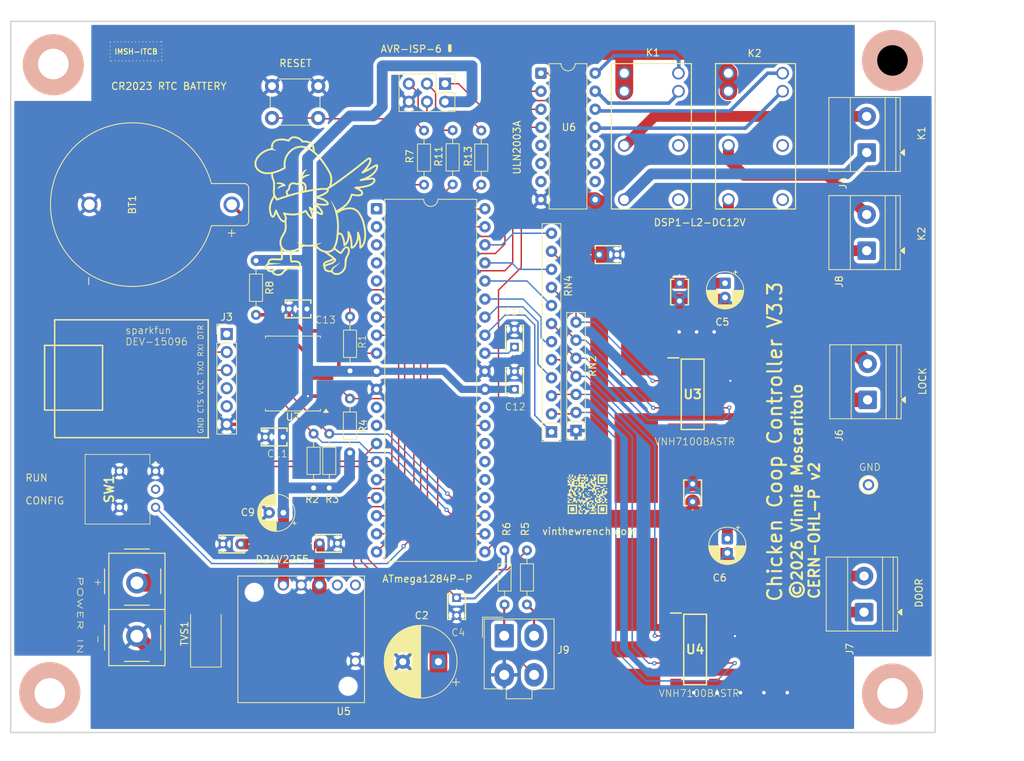
<source format=kicad_pcb>
(kicad_pcb (version 20241229) (generator "pcbnew") (generator_version "9.0")
  (layers (0 "F.Cu" signal) (2 "B.Cu" signal) (13 "F.Paste" user) (15 "B.Paste" user) (5 "F.SilkS" user "F.Silkscreen") (7 "B.SilkS" user "B.Silkscreen") (1 "F.Mask" user) (3 "B.Mask" user) (25 "Edge.Cuts" user))
  (net 0 "")
  (net 1 "Net-(J6-Pin_1)")
  (net 2 "+5V")
  (net 3 "Net-(J4-Pin_1)")
  (net 4 "Net-(J2-MOSI)")
  (net 5 "Net-(K1-RESET)")
  (net 7 "Net-(J2-~{RST})")
  (net 8 "Net-(J2-SCK)")
  (net 9 "/LED2")
  (net 10 "/LED1")
  (net 11 "/MOSI")
  (net 12 "/SDA")
  (net 13 "/CONFIG_SW")
  (net 14 "/SCL")
  (net 16 "/MISO")
  (net 18 "/{slash}RESET")
  (net 21 "/SCK")
  (net 23 "/RXD")
  (net 24 "Net-(J4-Pin_2)")
  (net 27 "/RTC_INT")
  (net 30 "/TXD")
  (net 31 "/LOCK_INA")
  (net 32 "/DOOR_INA")
  (net 33 "/LOCK_EN")
  (net 35 "/DOOR_EN")
  (net 36 "/DOOR_INB")
  (net 37 "/DOOR_SW")
  (net 38 "Net-(U7-VBAT)")
  (net 39 "Net-(J8-Pin_1)")
  (net 40 "Net-(J8-Pin_2)")
  (net 41 "GND")
  (net 42 "Net-(U7-~{RST})")
  (net 45 "/LOCK_EXTEND")
  (net 46 "/DOOR_RETRACT")
  (net 47 "/DOOR_EXTEND")
  (net 49 "/LOCK_INB")
  (net 52 "+12V")
  (net 53 "Net-(K1-SET)")
  (net 56 "Net-(K2-RESET)")
  (net 57 "Net-(K2-SET)")
  (net 58 "/K1 SET")
  (net 59 "/K1 RESET")
  (net 60 "/K2 RESET")
  (net 61 "/K2 SET")
  (net 70 "Net-(RN2-R5)")
  (net 71 "Net-(RN2-R2)")
  (net 72 "Net-(RN2-R4)")
  (net 73 "Net-(RN2-R6)")
  (net 74 "Net-(RN2-R3)")
  (net 75 "Net-(RN2-R1)")
  (net 76 "Net-(U1-AREF)")
  (net 78 "Net-(J9-Pin_2)")
  (net 79 "Net-(J9-Pin_1)")
  (footprint "keystone 1066:BAT_1066" (layer "F.Cu") (at 69.205 51.275 90)
    (property "Reference" "BT1")
    (property "Value" "1066")
  )
  (footprint "MountingHole:MountingHole_4.3mm_M4_ISO7380" (layer "F.Cu") (at 176 120)
    (property "Reference" "REF**" (hide yes))
    (property "Value" "MountingHole_4.3mm_M4_ISO7380" (hide yes))
  )
  (footprint "RCER71H104K0DBH03A:RCER71H104K0DBH03A" (layer "F.Cu") (at 93.66 65.94 180)
    (property "Reference" "C13")
    (property "Value" ".1uf" (hide yes))
  )
  (footprint "Resistor_THT:R_Axial_DIN0204_L3.6mm_D1.6mm_P7.62mm_Horizontal" (layer "F.Cu") (at 99.7 86.17 90)
    (property "Reference" "R4")
    (property "Value" "10K")
  )
  (footprint "VNH7100BASTR:SOIC127P600X175-16N" (layer "F.Cu") (at 148.243 113.825)
    (property "Reference" "U4")
    (property "Value" "VNH7100BASTR")
  )
  (footprint "Capacitor_THT:CP_Radial_D5.0mm_P2.00mm" (layer "F.Cu") (at 152.455 62.32 -90)
    (property "Reference" "C5")
    (property "Value" "47uf")
  )
  (footprint "TerminalBlock_Phoenix:TerminalBlock_Phoenix_MKDS-1,5-2-5.08_1x02_P5.08mm_Horizontal" (layer "F.Cu") (at 172.37 43.95 90)
    (property "Reference" "J4")
    (property "Value" "K1")
  )
  (footprint "Keystone Testpoint:5000" (layer "F.Cu") (at 172.625 90.675)
    (property "Reference" "TP3" (hide yes))
    (property "Value" "GND")
  )
  (footprint "Resistor_THT:R_Array_SIP7" (layer "F.Cu") (at 131.5 83.04 90)
    (property "Reference" "RN2")
    (property "Value" "100K")
  )
  (footprint "Connector_PinHeader_2.54mm:PinHeader_1x06_P2.54mm_Vertical" (layer "F.Cu") (at 82.3799 69.468)
    (property "Reference" "J3")
    (property "Value" "Serial port")
  )
  (footprint "RCER71H104K0DBH03A:RCER71H104K0DBH03A" (layer "F.Cu") (at 134.75 58.3)
    (property "Reference" "C1" (hide yes))
    (property "Value" ".1uf" (hide yes))
  )
  (footprint "Package_DIP:DIP-40_W15.24mm" (layer "F.Cu") (at 103.45 51.85)
    (property "Reference" "U1" (hide yes))
    (property "Value" "ATmega1284P-P")
  )
  (footprint "D24V22F5:MODULE_5V_2.5A_STEP-DOWN_D24V22F5" (layer "F.Cu") (at 92.85 112.4 180)
    (property "Reference" "U5")
    (property "Value" "D24V22F5")
  )
  (footprint "Resistor_THT:R_Axial_DIN0204_L3.6mm_D1.6mm_P7.62mm_Horizontal" (layer "F.Cu") (at 124.6 99.89 -90)
    (property "Reference" "R5")
    (property "Value" "240Ω")
  )
  (footprint "RCER71H104K0DBH03A:RCER71H104K0DBH03A" (layer "F.Cu") (at 84.35 99 180)
    (property "Reference" "C10" (hide yes))
    (property "Value" ".1uf" (hide yes))
  )
  (footprint "RCER71H104K0DBH03A:RCER71H104K0DBH03A" (layer "F.Cu") (at 90.3 83.95 180)
    (property "Reference" "C11")
    (property "Value" ".1uf" (hide yes))
  )
  (footprint "Resistor_THT:R_Axial_DIN0204_L3.6mm_D1.6mm_P7.62mm_Horizontal" (layer "F.Cu") (at 96.8 91.11 90)
    (property "Reference" "R3")
    (property "Value" "4.7K" (hide yes))
  )
  (footprint "Resistor_THT:R_Array_SIP12" (layer "F.Cu") (at 128.05 83.24 90)
    (property "Reference" "RN4")
    (property "Value" "1K")
  )
  (footprint "DSP1-L2-DC12V:DSP1-L2-DC12V" (layer "F.Cu") (at 152.93 32.79)
    (property "Reference" "K2")
    (property "Value" "DSP1-L2-DC12V")
  )
  (footprint "Capacitor_THT:CP_Radial_D10.0mm_P5.00mm" (layer "F.Cu") (at 112.15 115.55 180)
    (property "Reference" "C2")
    (property "Value" "1000uf" (hide yes))
  )
  (footprint "MountingHole:MountingHole_4.3mm_M4_ISO7380" (layer "F.Cu") (at 176 31)
    (property "Reference" "REF**" (hide yes))
    (property "Value" "MountingHole_4.3mm_M4_ISO7380" (hide yes))
  )
  (footprint "RCER71H104K0DBH03A:RCER71H104K0DBH03A" (layer "F.Cu") (at 146.055 62.32 -90)
    (property "Reference" "C7" (hide yes))
    (property "Value" ".1uf" (hide yes))
  )
  (footprint "Resistor_THT:R_Axial_DIN0204_L3.6mm_D1.6mm_P7.62mm_Horizontal" (layer "F.Cu") (at 118.175 48.475 90)
    (property "Reference" "R13")
    (property "Value" "470Ω")
  )
  (footprint "Resistor_THT:R_Axial_DIN0204_L3.6mm_D1.6mm_P7.62mm_Horizontal" (layer "F.Cu") (at 86.5 59.15 -90)
    (property "Reference" "R8")
    (property "Value" "10K")
  )
  (footprint "Resistor_THT:R_Axial_DIN0204_L3.6mm_D1.6mm_P7.62mm_Horizontal" (layer "F.Cu") (at 114.15 48.435 90)
    (property "Reference" "R11")
    (property "Value" "470Ω")
  )
  (footprint "MountingHole:MountingHole_4.3mm_M4_ISO7380" (layer "F.Cu") (at 57.5 120)
    (property "Reference" "REF**" (hide yes))
    (property "Value" "MountingHole_4.3mm_M4_ISO7380" (hide yes))
  )
  (footprint "RCER71H104K0DBH03A:RCER71H104K0DBH03A" (layer "F.Cu") (at 122.85 77.25 90)
    (property "Reference" "C12")
    (property "Value" ".1uf" (hide yes))
  )
  (footprint "Capacitor_THT:CP_Radial_D5.0mm_P2.00mm" (layer "F.Cu") (at 152.78 98.25 -90)
    (property "Reference" "C6")
    (property "Value" "47uf")
  )
  (footprint "Package_SO:SOIC-16W_7.5x10.3mm_P1.27mm" (layer "F.Cu") (at 91.69 75.025 180)
    (property "Reference" "U7")
    (property "Value" "DS3231M")
  )
  (footprint "TerminalBlock_Phoenix:TerminalBlock_Phoenix_MKDS-1,5-2-5.08_1x02_P5.08mm_Horizontal" (layer "F.Cu") (at 172.37 57.75 90)
    (property "Reference" "J8")
    (property "Value" "K2")
  )
  (footprint "LOGO" (layer "F.Cu") (at 133.1 92 180)
    (property "Reference" "G***" (hide yes))
    (property "Value" "LOGO" (hide yes))
  )
  (footprint "VNH7100BASTR:SOIC127P600X175-16N" (layer "F.Cu") (at 147.897 77.945)
    (property "Reference" "U3")
    (property "Value" "VNH7100BASTR")
  )
  (footprint "Resistor_THT:R_Axial_DIN0204_L3.6mm_D1.6mm_P7.62mm_Horizontal" (layer "F.Cu") (at 94.6 91.11 90)
    (property "Reference" "R2")
    (property "Value" "4.7k" (hide yes))
  )
  (footprint "Resistor_THT:R_Axial_DIN0204_L3.6mm_D1.6mm_P7.62mm_Horizontal" (layer "F.Cu") (at 99.72 74.65 90)
    (property "Reference" "R1")
    (property "Value" "10K")
  )
  (footprint "Resistor_THT:R_Axial_DIN0204_L3.6mm_D1.6mm_P7.62mm_Horizontal" (layer "F.Cu") (at 110.125 48.475 90)
    (property "Reference" "R7")
    (property "Value" "470Ω")
  )
  (footprint "Diode_SMD:D_SMB_Handsoldering" (layer "F.Cu") (at 79.45 111.6 90)
    (property "Reference" "TVS1")
    (property "Value" "P6SMB18A")
  )
  (footprint "RCER71H104K0DBH03A:RCER71H104K0DBH03A" (layer "F.Cu") (at 95.45 98.9)
    (property "Reference" "C3" (hide yes))
    (property "Value" ".1uf" (hide yes))
  )
  (footprint "AARDVARK:chick" (layer "F.Cu") (at 94.314846 61.146465)
    (property "Reference" "REF**" (hide yes))
    (property "Value" "chick" (hide yes))
  )
  (footprint "TerminalBlock_Phoenix:TerminalBlock_Phoenix_MKDS-1,5-2-5.08_1x02_P5.08mm_Horizontal" (layer "F.Cu") (at 172 108.58 90)
    (property "Reference" "J7")
    (property "Value" "DOOR")
  )
  (footprint "Connector_Molex:Molex_Mini-Fit_Jr_5566-04A_2x02_P4.20mm_Vertical" (layer "F.Cu") (at 121.4 111.9)
    (property "Reference" "J9")
    (property "Value" "Mini‑Fit Jr")
  )
  (footprint "Resistor_THT:R_Axial_DIN0204_L3.6mm_D1.6mm_P7.62mm_Horizontal" (layer "F.Cu") (at 121.45 99.89 -90)
    (property "Reference" "R6")
    (property "Value" "220Ω")
  )
  (footprint "powerpole:powerpole" (layer "F.Cu") (at 69.75 108.2 -90)
    (property "Reference" "J1" (hide yes))
    (property "Value" "Power Pole" (hide yes))
  )
  (footprint "TerminalBlock_Phoenix:TerminalBlock_Phoenix_MKDS-1,5-2-5.08_1x02_P5.08mm_Horizontal" (layer "F.Cu") (at 172.5 78.725 90)
    (property "Reference" "J6")
    (property "Value" "LOCK")
  )
  (footprint "AS11CH SLIDE SW:AS11CH" (layer "F.Cu") (at 72.375 88.76 -90)
    (property "Reference" "SW1")
    (property "Value" "SW_SPST" (hide yes))
  )
  (footprint "Button_Switch_THT:SW_PUSH_6mm" (layer "F.Cu") (at 88.75 34.6)
    (property "Reference" "SW3" (hide yes))
    (property "Value" "RESET")
  )
  (footprint "Connector_PinHeader_2.54mm:PinHeader_2x03_P2.54mm_Vertical" (layer "F.Cu") (at 113.08 34.27 -90)
    (property "Reference" "J2" (hide yes))
    (property "Value" "AVR-ISP-6")
  )
  (footprint "MountingHole:MountingHole_4.3mm_M4_ISO7380" (layer "F.Cu") (at 58 31.5)
    (property "Reference" "REF**" (hide yes))
    (property "Value" "MountingHole_4.3mm_M4_ISO7380" (hide yes))
  )
  (footprint "RCER71H104K0DBH03A:RCER71H104K0DBH03A" (layer "F.Cu") (at 114.7 106.55 -90)
    (property "Reference" "C4")
    (property "Value" ".1uf" (hide yes))
  )
  (footprint "RCER71H104K0DBH03A:RCER71H104K0DBH03A" (layer "F.Cu") (at 147.9 93.05 90)
    (property "Reference" "C8" (hide yes))
    (property "Value" ".1uf" (hide yes))
  )
  (footprint "RCER71H104K0DBH03A:RCER71H104K0DBH03A" (layer "F.Cu") (at 122.85 71.3 90)
    (property "Reference" "C14")
    (property "Value" ".1uf" (hide yes))
  )
  (footprint "Package_DIP:DIP-16_W7.62mm" (layer "F.Cu") (at 126.5696 32.7856)
    (property "Reference" "U6")
    (property "Value" "ULN2003A")
  )
  (footprint "DSP1-L2-DC12V:DSP1-L2-DC12V" (layer "F.Cu") (at 138.2839 32.79)
    (property "Reference" "K1")
    (property "Value" "DSP1-L2-DC12V")
  )
  (footprint "Capacitor_THT:CP_Radial_D5.0mm_P2.00mm" (layer "F.Cu") (at 90.35 94.6 180)
    (property "Reference" "C9")
    (property "Value" "47uf")
  )
  (gr_rect (start 144.5 82.15) (end 151.3 91.45) (stroke (width 0.2)) (fill yes) (layer "F.Cu") (net 41))
  (gr_rect (start 142.145 110.35) (end 144.46 111.11) (stroke (width 0.2)) (fill yes) (layer "F.Cu") (net 47))
  (gr_rect (start 154.6125 73.13) (end 156.05 75.17) (stroke (width 0.2)) (fill yes) (layer "F.Cu") (net 45))
  (gr_rect (start 134.84 116.64) (end 143.245 122.1875) (stroke (width 0.2)) (fill yes) (layer "F.Cu") (net 46))
  (gr_rect (start 131.71 112.785) (end 149.5175 114.84) (stroke (width 0.2)) (fill yes) (layer "F.Cu") (net 52))
  (gr_rect (start 144.65 74.4) (end 155.975 75.17) (stroke (width 0.2)) (fill yes) (layer "F.Cu") (net 45))
  (gr_rect (start 137.015 80.71) (end 142.92 93.115) (stroke (width 0.2)) (fill yes) (layer "F.Cu") (net 1))
  (gr_rect (start 144.2 99.65) (end 153.45 109.5) (stroke (width 0.2)) (fill yes) (layer "F.Cu") (net 41))
  (gr_rect (start 144.135 74.41) (end 152.095 75.18) (stroke (width 0.2)) (fill yes) (layer "F.Cu") (net 45))
  (gr_rect (start 156.8275 74.95) (end 163.7725 81.5) (stroke (width 0.2)) (fill yes) (layer "F.Cu") (net 1))
  (gr_rect (start 142.64 116.64) (end 144.955 117.4) (stroke (width 0.2)) (fill yes) (layer "F.Cu") (net 46))
  (gr_rect (start 148.88 114.20875) (end 151.68 114.84) (stroke (width 0.2)) (fill yes) (layer "F.Cu") (net 52))
  (gr_rect (start 144.955 116.64) (end 152.915 117.41) (stroke (width 0.2)) (fill yes) (layer "F.Cu") (net 46))
  (gr_rect (start 148.555 78.27875) (end 151.355 78.91) (stroke (width 0.2)) (fill yes) (layer "F.Cu") (net 52))
  (gr_rect (start 135.2275 77.017011) (end 149.085 78.91) (stroke (width 0.2)) (fill yes) (layer "F.Cu") (net 52))
  (gr_rect (start 155.07 109.28) (end 156.5 111.11) (stroke (width 0.2)) (fill yes) (layer "F.Cu") (net 47))
  (gr_rect (start 154.62 63.57) (end 163.305 73.13) (stroke (width 0.2)) (fill yes) (layer "F.Cu") (net 45))
  (gr_rect (start 144.46 110.34) (end 155.785 111.11) (stroke (width 0.2)) (fill yes) (layer "F.Cu") (net 47))
  (gr_rect (start 142.7 80.7) (end 163.745 81.49) (stroke (width 0.2)) (fill yes) (layer "F.Cu") (net 1))
  (gr_rect (start 155.07 99.72) (end 163.755 109.28) (stroke (width 0.2)) (fill yes) (layer "F.Cu") (net 47))
  (gr_rect (start 137.21 98.25) (end 142.82 111.11) (stroke (width 0.2)) (fill yes) (layer "F.Cu") (net 47))
  (gr_rect (start 148.1925 116.63) (end 164.2325 117.41) (stroke (width 0.2)) (fill yes) (layer "F.Cu") (net 46))
  (gr_rect (start 137.935 63.995) (end 142.495 75.18) (stroke (width 0.2)) (fill yes) (layer "F.Cu") (net 45))
  (gr_rect (start 157.3275 111.005) (end 164.2725 117.405) (stroke (width 0.2)) (fill yes) (layer "F.Cu") (net 46))
  (gr_rect (start 143.6 63.9) (end 153.05 73.55) (stroke (width 0.2)) (fill yes) (layer "F.Cu") (net 41))
  (gr_rect (start 144.85 118.25) (end 164.35 122.25) (stroke (width 0.2)) (fill yes) (layer "F.Cu") (net 41))
  (gr_rect (start 141.82 74.42) (end 144.135 75.18) (stroke (width 0.2)) (fill yes) (layer "F.Cu") (net 45))
  (gr_circle (center 57.5 119.9) (end 61.7 119.9) (stroke (width 0.2)) (fill yes) (layer "F.SilkS"))
  (gr_line (start 58.1849 67.478) (end 79.7749 67.478) (stroke (width 0.2032)) (layer "F.SilkS"))
  (gr_line (start 113.75 29.61) (end 113.75 28.94) (stroke (width 0.5)) (layer "F.SilkS"))
  (gr_circle (center 176 120.1) (end 180.2 120.1) (stroke (width 0.2)) (fill yes) (layer "F.SilkS"))
  (gr_line (start 79.87 84.04) (end 58.28 84.04) (stroke (width 0.2032)) (layer "F.SilkS"))
  (gr_line (start 79.7749 67.478) (end 79.7749 83.988) (stroke (width 0.2032)) (layer "F.SilkS"))
  (gr_circle (center 58 31.6) (end 62.2 31.6) (stroke (width 0.2)) (fill yes) (layer "F.SilkS"))
  (gr_line (start 58.1849 83.988) (end 58.1849 67.478) (stroke (width 0.2032)) (layer "F.SilkS"))
  (gr_circle (center 176 31) (end 180.2 31) (stroke (width 0.2)) (fill yes) (layer "F.SilkS"))
  (gr_rect (start 56.7739 71.067) (end 64.9239 80.167) (stroke (width 0.2)) (fill no) (layer "F.SilkS"))
  (gr_circle (center 176 31) (end 180.2 31) (stroke (width 0.2)) (fill yes) (layer "B.SilkS"))
  (gr_circle (center 58 31.6) (end 62.2 31.6) (stroke (width 0.2)) (fill yes) (layer "B.SilkS"))
  (gr_circle (center 57.5 119.9) (end 61.7 119.9) (stroke (width 0.2)) (fill yes) (layer "B.SilkS"))
  (gr_circle (center 176 120.1) (end 180.2 120.1) (stroke (width 0.2)) (fill yes) (layer "B.SilkS"))
  (gr_rect (start 52 25.5) (end 182 125.5) (stroke (width 0.2)) (fill no) (layer "Edge.Cuts"))
  (gr_text "sparkfun\nDEV-15096 " (at 68.07 71.14 0) (layer "F.SilkS") (effects (font (size 1 1) (thickness 0.1)) (justify left bottom)))
  (gr_text "vinthewrench.com" (at 140.1 97.8 0) (layer "F.SilkS") (effects (font (size 1 1)) (justify right bottom)))
  (gr_text "POWER IN" (at 61.3 103.4 270) (layer "F.SilkS") (effects (font (size 0.7634 1.5) (thickness 0.1016)) (justify left bottom)))
  (gr_text "RUN\n\nCONFIG" (at 54 93.5 0) (layer "F.SilkS") (effects (font (size 1 1) (thickness 0.125)) (justify left bottom)))
  (gr_text "GND CTS VCC TXO RXI DTR" (at 79.16 75.84 90) (layer "F.SilkS") (effects (font (size 0.75 0.75) (thickness 0.09)) (justify bottom)))
  (gr_text "Chicken Coop Controller V3.3" (at 160.625 61.95 90) (layer "F.SilkS") (effects (font (size 2 2) (thickness 0.3) (bold yes)) (justify right bottom)))
  (gr_text "©2026 Vinnie Moscaritolo\nCERN-OHL-P v2\n" (at 165.88 106.902385 90) (layer "F.SilkS") (effects (font (size 1.5 1.5) (thickness 0.3) (bold yes)) (justify left bottom)))
  (gr_text_box "IMSH-ITCB " (start 66.002851 28.38889) (end 73.25715 31.05111) (margins 1.0025 1.0025 1.0025 1.0025) (layer "F.SilkS") (effects (font (size 0.746 0.746) (thickness 0.15) (bold yes)) (justify top)) (border yes) (stroke (width 0.12) (type dot)))
  (segment (start 172.5 78.725) (end 160.79 78.725) (width 2.032) (layer "F.Cu") (net 1))
  (segment (start 160.79 78.725) (end 160.31 78.245) (width 2.032) (layer "F.Cu") (net 1))
  (segment (start 90.37 99) (end 84.35 99) (width 1.524) (layer "F.Cu") (net 2))
  (segment (start 90.37 94.77) (end 90.2 94.6) (width 0.5) (layer "F.Cu") (net 2))
  (segment (start 90.37 99) (end 90.37 94.77) (width 1.524) (layer "F.Cu") (net 2))
  (segment (start 90.32 104.77) (end 90.37 104.72) (width 1.524) (layer "F.Cu") (net 2))
  (segment (start 93.8 78.2) (end 96.34 78.2) (width 0.5) (layer "F.Cu") (net 2))
  (segment (start 90.37 104.72) (end 90.37 99) (width 1.524) (layer "F.Cu") (net 2))
  (via (at 93.8 78.2) (size 0.6) (drill 0.3) (layers "F.Cu" "B.Cu") (net 2))
  (segment (start 90.385 91.11) (end 90.35 91.075) (width 1.524) (layer "B.Cu") (net 2))
  (segment (start 93.75 78.25) (end 93.75 78.32) (width 1.524) (layer "B.Cu") (net 2))
  (segment (start 93.75 78.15) (end 93.75 58.41) (width 1.524) (layer "B.Cu") (net 2))
  (segment (start 99.85 38.8) (end 102.975 38.8) (width 1.524) (layer "B.Cu") (net 2))
  (segment (start 94.6 91.11) (end 96.8 91.11) (width 1.524) (layer "B.Cu") (net 2))
  (segment (start 98.14 91.11) (end 99.65 89.6) (width 1.524) (layer "B.Cu") (net 2))
  (segment (start 112.91 74.71) (end 103.45 74.71) (width 1.016) (layer "B.Cu") (net 2))
  (segment (start 103.45 74.71) (end 99.7 74.71) (width 1.524) (layer "B.Cu") (net 2))
  (segment (start 104.3 31.75) (end 116.875 31.75) (width 1.524) (layer "B.Cu") (net 2))
  (segment (start 99.65 89.6) (end 99.65 86.22) (width 1.524) (layer "B.Cu") (net 2))
  (segment (start 90.35 91.075) (end 90.35 81.72) (width 1.524) (layer "B.Cu") (net 2))
  (segment (start 93.965 74.71) (end 93.75 74.925) (width 1.524) (layer "B.Cu") (net 2))
  (segment (start 96.8 91.11) (end 98.14 91.11) (width 1.524) (layer "B.Cu") (net 2))
  (segment (start 93.11 59.05) (end 93.04 59.12) (width 1.524) (layer "B.Cu") (net 2))
  (segment (start 118.69 77.25) (end 122.85 77.25) (width 1.016) (layer "B.Cu") (net 2))
  (segment (start 102.975 38.8) (end 104.25 37.525) (width 1.524) (layer "B.Cu") (net 2))
  (segment (start 93.965 74.71) (end 99.7 74.71) (width 1.524) (layer "B.Cu") (net 2))
  (segment (start 93.75 44.75) (end 99.7 38.8) (width 1.524) (layer "B.Cu") (net 2))
  (segment (start 86.53 59.12) (end 86.5 59.15) (width 1.524) (layer "B.Cu") (net 2))
  (segment (start 93.75 59.05) (end 93.11 59.05) (width 1.524) (layer "B.Cu") (net 2))
  (segment (start 116.31 36.81) (end 113.08 36.81) (width 1.524) (layer "B.Cu") (net 2))
  (segment (start 93.04 59.12) (end 86.53 59.12) (width 1.524) (layer "B.Cu") (net 2))
  (segment (start 99.65 86.22) (end 99.7 86.17) (width 1.524) (layer "B.Cu") (net 2))
  (segment (start 116.875 31.75) (end 116.875 36.325) (width 1.524) (layer "B.Cu") (net 2))
  (segment (start 116.52 36.6) (end 116.31 36.81) (width 1.524) (layer "B.Cu") (net 2))
  (segment (start 104.25 31.8) (end 104.3 31.75) (width 1.524) (layer "B.Cu") (net 2))
  (segment (start 116.6 36.6) (end 116.52 36.6) (width 1.524) (layer "B.Cu") (net 2))
  (segment (start 94.6 91.11) (end 90.385 91.11) (width 1.524) (layer "B.Cu") (net 2))
  (segment (start 93.75 74.925) (end 93.75 78.32) (width 1.524) (layer "B.Cu") (net 2))
  (segment (start 115.45 77.25) (end 118.69 77.25) (width 1.016) (layer "B.Cu") (net 2))
  (segment (start 93.75 78.32) (end 90.35 81.72) (width 1.524) (layer "B.Cu") (net 2))
  (segment (start 93.8 78.2) (end 93.75 78.15) (width 1.524) (layer "B.Cu") (net 2))
  (segment (start 90.35 94.6) (end 90.35 91.075) (width 1.524) (layer "B.Cu") (net 2))
  (segment (start 93.8 78.2) (end 93.75 78.25) (width 1.524) (layer "B.Cu") (net 2))
  (segment (start 93.75 58.41) (end 93.75 44.75) (width 1.524) (layer "B.Cu") (net 2))
  (segment (start 116.875 36.325) (end 116.6 36.6) (width 1.524) (layer "B.Cu") (net 2))
  (segment (start 104.25 37.525) (end 104.25 31.8) (width 1.524) (layer "B.Cu") (net 2))
  (segment (start 115.45 77.25) (end 112.91 74.71) (width 1.016) (layer "B.Cu") (net 2))
  (segment (start 169.55 46.95) (end 172.5 44) (width 1.524) (layer "B.Cu") (net 3))
  (segment (start 142.0839 46.95) (end 169.55 46.95) (width 1.524) (layer "B.Cu") (net 3))
  (segment (start 138.2839 50.57) (end 138.4639 50.57) (width 1.524) (layer "B.Cu") (net 3))
  (segment (start 138.4639 50.57) (end 142.0839 46.95) (width 1.524) (layer "B.Cu") (net 3))
  (segment (start 110.54 36.81) (end 110.54 38.765) (width 0.2) (layer "F.Cu") (net 4))
  (segment (start 112.59 40.815) (end 114.15 40.815) (width 0.2) (layer "F.Cu") (net 4))
  (segment (start 110.54 38.765) (end 112.59 40.815) (width 0.2) (layer "F.Cu") (net 4))
  (segment (start 134.3557 35.3256) (end 136.0301 37) (width 0.5) (layer "B.Cu") (net 5))
  (segment (start 134.1896 35.3256) (end 134.3557 35.3256) (width 0.5) (layer "B.Cu") (net 5))
  (segment (start 136.0301 37) (end 144.55 37) (width 0.5) (layer "B.Cu") (net 5))
  (segment (start 144.55 37) (end 146.145 35.405) (width 0.5) (layer "B.Cu") (net 5))
  (segment (start 109.3 40.03) (end 110.125 40.855) (width 0.2) (layer "F.Cu") (net 7))
  (segment (start 109.3 35.57) (end 109.3 40.03) (width 0.2) (layer "F.Cu") (net 7))
  (segment (start 108 34.27) (end 109.3 35.57) (width 0.2) (layer "F.Cu") (net 7))
  (segment (start 112.65 38.625) (end 115.945 38.625) (width 0.2) (layer "F.Cu") (net 8))
  (segment (start 111.75 35.48) (end 111.75 37.725) (width 0.2) (layer "F.Cu") (net 8))
  (segment (start 110.54 34.27) (end 111.75 35.48) (width 0.2) (layer "F.Cu") (net 8))
  (segment (start 115.945 38.625) (end 118.175 40.855) (width 0.2) (layer "F.Cu") (net 8))
  (segment (start 111.75 37.725) (end 112.65 38.625) (width 0.2) (layer "F.Cu") (net 8))
  (segment (start 110.85 68.3) (end 107.4 71.75) (width 0.2) (layer "F.Cu") (net 9))
  (segment (start 118.69 54.39) (end 113.81 54.39) (width 0.2) (layer "F.Cu") (net 9))
  (segment (start 101.95 93.95) (end 101.95 100.8) (width 0.2) (layer "F.Cu") (net 9))
  (segment (start 107.4 91.3) (end 104.95 93.75) (width 0.2) (layer "F.Cu") (net 9))
  (segment (start 103.75 102.6) (end 121.89 102.6) (width 0.2) (layer "F.Cu") (net 9))
  (segment (start 104.95 93.75) (end 102.15 93.75) (width 0.2) (layer "F.Cu") (net 9))
  (segment (start 107.4 71.75) (end 107.4 91.3) (width 0.2) (layer "F.Cu") (net 9))
  (segment (start 121.89 102.6) (end 124.6 99.89) (width 0.2) (layer "F.Cu") (net 9))
  (segment (start 110.85 57.35) (end 110.85 68.3) (width 0.2) (layer "F.Cu") (net 9))
  (segment (start 113.81 54.39) (end 110.85 57.35) (width 0.2) (layer "F.Cu") (net 9))
  (segment (start 102.15 93.75) (end 101.95 93.95) (width 0.2) (layer "F.Cu") (net 9))
  (segment (start 101.95 100.8) (end 103.75 102.6) (width 0.2) (layer "F.Cu") (net 9))
  (segment (start 106.55 90.05) (end 105.4 91.2) (width 0.2) (layer "F.Cu") (net 10))
  (segment (start 118.69 51.85) (end 118.64 51.9) (width 0.2) (layer "F.Cu") (net 10))
  (segment (start 118.64 51.9) (end 114.3 51.9) (width 0.2) (layer "F.Cu") (net 10))
  (segment (start 114.3 51.9) (end 110 56.2) (width 0.2) (layer "F.Cu") (net 10))
  (segment (start 106.55 71.45) (end 106.55 90.05) (width 0.2) (layer "F.Cu") (net 10))
  (segment (start 117.8 114.75) (end 122.95 114.75) (width 0.2) (layer "F.Cu") (net 10))
  (segment (start 102.55 91.2) (end 100.25 93.5) (width 0.2) (layer "F.Cu") (net 10))
  (segment (start 110 56.2) (end 110 68) (width 0.2) (layer "F.Cu") (net 10))
  (segment (start 100.25 101.975) (end 104.7 106.425) (width 0.2) (layer "F.Cu") (net 10))
  (segment (start 109.475 106.425) (end 117.8 114.75) (width 0.2) (layer "F.Cu") (net 10))
  (segment (start 110 68) (end 106.55 71.45) (width 0.2) (layer "F.Cu") (net 10))
  (segment (start 100.25 93.5) (end 100.25 101.975) (width 0.2) (layer "F.Cu") (net 10))
  (segment (start 104.7 106.425) (end 109.475 106.425) (width 0.2) (layer "F.Cu") (net 10))
  (segment (start 122.95 114.75) (end 125.6 117.4) (width 0.2) (layer "F.Cu") (net 10))
  (segment (start 105.4 91.2) (end 102.55 91.2) (width 0.2) (layer "F.Cu") (net 10))
  (segment (start 107.3 63.4) (end 107.3 55.285) (width 0.2) (layer "F.Cu") (net 11))
  (segment (start 106.15 64.55) (end 107.3 63.4) (width 0.2) (layer "F.Cu") (net 11))
  (segment (start 103.45 64.55) (end 106.15 64.55) (width 0.2) (layer "F.Cu") (net 11))
  (segment (start 107.3 55.285) (end 114.15 48.435) (width 0.2) (layer "F.Cu") (net 11))
  (segment (start 87.04 78.2) (end 91.51 78.2) (width 0.2) (layer "F.Cu") (net 12))
  (segment (start 118.69 95.03) (end 116.53 95.03) (width 0.2) (layer "F.Cu") (net 12))
  (segment (start 116.53 95.03) (end 113.4125 91.9125) (width 0.2) (layer "F.Cu") (net 12))
  (segment (start 91.51 78.2) (end 96.8 83.49) (width 0.2) (layer "F.Cu") (net 12))
  (via (at 113.4125 91.9125) (size 0.6) (drill 0.3) (layers "F.Cu" "B.Cu") (net 12))
  (segment (start 96.86 83.55) (end 96.8 83.49) (width 0.2) (layer "B.Cu") (net 12))
  (segment (start 113.4125 91.9125) (end 105.05 83.55) (width 0.2) (layer "B.Cu") (net 12))
  (segment (start 105.05 83.55) (end 96.86 83.55) (width 0.2) (layer "B.Cu") (net 12))
  (segment (start 96.8 83.49) (end 96.9 83.49) (width 0.2) (layer "B.Cu") (net 12))
  (segment (start 116.57 82.33) (end 118.69 82.33) (width 0.2) (layer "F.Cu") (net 13))
  (segment (start 112.05 94.5) (end 112.05 86.85) (width 0.2) (layer "F.Cu") (net 13))
  (segment (start 107.25 99.3) (end 112.05 94.5) (width 0.2) (layer "F.Cu") (net 13))
  (segment (start 112.05 86.85) (end 116.57 82.33) (width 0.2) (layer "F.Cu") (net 13))
  (via (at 107.25 99.3) (size 0.6) (drill 0.3) (layers "F.Cu" "B.Cu") (net 13))
  (segment (start 104.95 101.75) (end 107.25 99.45) (width 0.2) (layer "B.Cu") (net 13))
  (segment (start 72.375 93.84) (end 80.285 101.75) (width 0.2) (layer "B.Cu") (net 13))
  (segment (start 80.285 101.75) (end 104.95 101.75) (width 0.2) (layer "B.Cu") (net 13))
  (segment (start 107.25 99.45) (end 107.25 99.3) (width 0.2) (layer "B.Cu") (net 13))
  (segment (start 90.58 79.47) (end 94.6 83.49) (width 0.2) (layer "F.Cu") (net 14))
  (segment (start 87.04 79.47) (end 90.58 79.47) (width 0.2) (layer "F.Cu") (net 14))
  (segment (start 116.67 97.57) (end 118.69 97.57) (width 0.2) (layer "F.Cu") (net 14))
  (segment (start 113.3 94.2) (end 116.67 97.57) (width 0.2) (layer "F.Cu") (net 14))
  (via (at 113.3 94.2) (size 0.6) (drill 0.3) (layers "F.Cu" "B.Cu") (net 14))
  (segment (start 105.25 86.15) (end 113.3 94.2) (width 0.2) (layer "B.Cu") (net 14))
  (segment (start 95.81 84.7) (end 101.05 84.7) (width 0.2) (layer "B.Cu") (net 14))
  (segment (start 94.6 83.49) (end 95.81 84.7) (width 0.2) (layer "B.Cu") (net 14))
  (segment (start 94.43 83.32) (end 94.26 83.49) (width 0.2) (layer "B.Cu") (net 14))
  (segment (start 101.05 84.7) (end 102.5 86.15) (width 0.2) (layer "B.Cu") (net 14))
  (segment (start 102.5 86.15) (end 105.25 86.15) (width 0.2) (layer "B.Cu") (net 14))
  (segment (start 94.26 83.49) (end 94.6 83.49) (width 0.2) (layer "B.Cu") (net 14))
  (segment (start 113.149 50.526) (end 115.124 50.526) (width 0.2) (layer "F.Cu") (net 16))
  (segment (start 114.97 34.27) (end 113.08 34.27) (width 0.2) (layer "F.Cu") (net 16))
  (segment (start 108.05 55.625) (end 113.149 50.526) (width 0.2) (layer "F.Cu") (net 16))
  (segment (start 116.65 46.825) (end 119.675 43.8) (width 0.2) (layer "F.Cu") (net 16))
  (segment (start 116.65 49) (end 116.65 46.825) (width 0.2) (layer "F.Cu") (net 16))
  (segment (start 107.26 67.09) (end 108.05 66.3) (width 0.2) (layer "F.Cu") (net 16))
  (segment (start 119.675 43.8) (end 119.675 38.975) (width 0.2) (layer "F.Cu") (net 16))
  (segment (start 103.45 67.09) (end 107.26 67.09) (width 0.2) (layer "F.Cu") (net 16))
  (segment (start 108.05 66.3) (end 108.05 55.625) (width 0.2) (layer "F.Cu") (net 16))
  (segment (start 115.124 50.526) (end 116.65 49) (width 0.2) (layer "F.Cu") (net 16))
  (segment (start 119.675 38.975) (end 114.97 34.27) (width 0.2) (layer "F.Cu") (net 16))
  (segment (start 99.7 65.3) (end 99.7 70.35) (width 0.2) (layer "F.Cu") (net 18))
  (segment (start 95.35 39.2) (end 104.45 39.2) (width 0.2) (layer "F.Cu") (net 18))
  (segment (start 101.75 63.25) (end 99.7 65.3) (width 0.2) (layer "F.Cu") (net 18))
  (segment (start 99.7 70.35) (end 101.52 72.17) (width 0.2) (layer "F.Cu") (net 18))
  (segment (start 95.25 39.1) (end 95.35 39.2) (width 0.2) (layer "F.Cu") (net 18))
  (segment (start 106.5 62.05) (end 105.3 63.25) (width 0.2) (layer "F.Cu") (net 18))
  (segment (start 88.75 39.1) (end 95.25 39.1) (width 0.2) (layer "F.Cu") (net 18))
  (segment (start 110.125 48.475) (end 106.925 48.475) (width 0.2) (layer "F.Cu") (net 18))
  (segment (start 104.45 39.2) (end 106.5 41.25) (width 0.2) (layer "F.Cu") (net 18))
  (segment (start 105.3 63.25) (end 101.75 63.25) (width 0.2) (layer "F.Cu") (net 18))
  (segment (start 106.5 48.9) (end 106.5 62.05) (width 0.2) (layer "F.Cu") (net 18))
  (segment (start 106.925 48.475) (end 106.5 48.9) (width 0.2) (layer "F.Cu") (net 18))
  (segment (start 101.52 72.17) (end 103.45 72.17) (width 0.2) (layer "F.Cu") (net 18))
  (segment (start 106.5 41.25) (end 106.5 48.9) (width 0.2) (layer "F.Cu") (net 18))
  (segment (start 108.95 67.05) (end 108.95 55.825) (width 0.2) (layer "F.Cu") (net 21))
  (segment (start 108.95 55.825) (end 113.675 51.1) (width 0.2) (layer "F.Cu") (net 21))
  (segment (start 106.35 69.65) (end 108.95 67.05) (width 0.2) (layer "F.Cu") (net 21))
  (segment (start 103.45 69.63) (end 106.33 69.63) (width 0.2) (layer "F.Cu") (net 21))
  (segment (start 115.55 51.1) (end 118.175 48.475) (width 0.2) (layer "F.Cu") (net 21))
  (segment (start 106.33 69.63) (end 106.35 69.65) (width 0.2) (layer "F.Cu") (net 21))
  (segment (start 113.675 51.1) (end 115.55 51.1) (width 0.2) (layer "F.Cu") (net 21))
  (segment (start 80.652 74.548) (end 82.3799 74.548) (width 0.2) (layer "F.Cu") (net 23))
  (segment (start 79.8 75.4) (end 80.652 74.548) (width 0.2) (layer "F.Cu") (net 23))
  (segment (start 103.45 84.87) (end 100.97 87.35) (width 0.2) (layer "F.Cu") (net 23))
  (segment (start 79.8 84.25) (end 79.8 75.4) (width 0.2) (layer "F.Cu") (net 23))
  (segment (start 82.9 87.35) (end 79.8 84.25) (width 0.2) (layer "F.Cu") (net 23))
  (segment (start 100.97 87.35) (end 82.9 87.35) (width 0.2) (layer "F.Cu") (net 23))
  (segment (start 138.6625 42.72) (end 142.5125 38.87) (width 1.524) (layer "F.Cu") (net 24))
  (segment (start 142.5125 38.87) (end 172.37 38.87) (width 1.524) (layer "F.Cu") (net 24))
  (segment (start 105.6 79.05) (end 105.6 89.25) (width 0.2) (layer "F.Cu") (net 27))
  (segment (start 98.08 76.93) (end 99.7 78.55) (width 0.2) (layer "F.Cu") (net 27))
  (segment (start 105.6 89.25) (end 104.9 89.95) (width 0.2) (layer "F.Cu") (net 27))
  (segment (start 104.9 89.95) (end 103.45 89.95) (width 0.2) (layer "F.Cu") (net 27))
  (segment (start 105.1 78.55) (end 105.6 79.05) (width 0.2) (layer "F.Cu") (net 27))
  (segment (start 96.34 76.93) (end 98.08 76.93) (width 0.2) (layer "F.Cu") (net 27))
  (segment (start 99.74 78.55) (end 105.1 78.55) (width 0.2) (layer "F.Cu") (net 27))
  (segment (start 102.05 87.4) (end 101.35 88.1) (width 0.2) (layer "F.Cu") (net 30))
  (segment (start 78.9 74.15) (end 81.042 72.008) (width 0.2) (layer "F.Cu") (net 30))
  (segment (start 81.95 88.1) (end 78.9 85.05) (width 0.2) (layer "F.Cu") (net 30))
  (segment (start 101.35 88.1) (end 81.95 88.1) (width 0.2) (layer "F.Cu") (net 30))
  (segment (start 78.9 85.05) (end 78.9 74.15) (width 0.2) (layer "F.Cu") (net 30))
  (segment (start 103.44 87.4) (end 102.05 87.4) (width 0.2) (layer "F.Cu") (net 30))
  (segment (start 81.042 72.008) (end 82.3799 72.008) (width 0.2) (layer "F.Cu") (net 30))
  (segment (start 103.45 87.41) (end 103.44 87.4) (width 0.2) (layer "F.Cu") (net 30))
  (segment (start 122.7 55.3) (end 128.05 55.3) (width 0.2) (layer "B.Cu") (net 31))
  (segment (start 118.69 56.93) (end 121.07 56.93) (width 0.2) (layer "B.Cu") (net 31))
  (segment (start 121.07 56.93) (end 122.7 55.3) (width 0.2) (layer "B.Cu") (net 31))
  (segment (start 127.14 70.54) (end 126.6 70) (width 0.2) (layer "B.Cu") (net 32))
  (segment (start 126.6 67.1) (end 124.05 64.55) (width 0.2) (layer "B.Cu") (net 32))
  (segment (start 124.05 64.55) (end 118.69 64.55) (width 0.2) (layer "B.Cu") (net 32))
  (segment (start 126.6 70) (end 126.6 67.1) (width 0.2) (layer "B.Cu") (net 32))
  (segment (start 128.05 70.54) (end 127.14 70.54) (width 0.2) (layer "B.Cu") (net 32))
  (segment (start 124.6 62.01) (end 118.69 62.01) (width 0.2) (layer "B.Cu") (net 33))
  (segment (start 128.05 65.46) (end 124.6 62.01) (width 0.2) (layer "B.Cu") (net 33))
  (segment (start 125.7 80.89) (end 125.7 68.2) (width 0.2) (layer "B.Cu") (net 35))
  (segment (start 125.7 68.2) (end 124.3 66.8) (width 0.2) (layer "B.Cu") (net 35))
  (segment (start 124.3 66.8) (end 121.535 66.8) (width 0.2) (layer "B.Cu") (net 35))
  (segment (start 128.05 83.24) (end 125.7 80.89) (width 0.2) (layer "B.Cu") (net 35))
  (segment (start 118.705 69.63) (end 118.69 69.63) (width 0.2) (layer "B.Cu") (net 35))
  (segment (start 121.535 66.8) (end 118.705 69.63) (width 0.2) (layer "B.Cu") (net 35))
  (segment (start 126.15 73.72) (end 128.05 75.62) (width 0.2) (layer "B.Cu") (net 36))
  (segment (start 126.15 67.75) (end 126.15 73.72) (width 0.2) (layer "B.Cu") (net 36))
  (segment (start 118.69 67.09) (end 119.01 67.09) (width 0.2) (layer "B.Cu") (net 36))
  (segment (start 120.45 65.65) (end 124.05 65.65) (width 0.2) (layer "B.Cu") (net 36))
  (segment (start 124.05 65.65) (end 126.15 67.75) (width 0.2) (layer "B.Cu") (net 36))
  (segment (start 119.01 67.09) (end 120.45 65.65) (width 0.2) (layer "B.Cu") (net 36))
  (segment (start 112.575 104.425) (end 114.8 106.65) (width 0.2) (layer "F.Cu") (net 37))
  (segment (start 101.3 93.50863) (end 101.3 101.425) (width 0.2) (layer "F.Cu") (net 37))
  (segment (start 103.45 92.49) (end 102.31863 92.49) (width 0.2) (layer "F.Cu") (net 37))
  (segment (start 102.31863 92.49) (end 101.3 93.50863) (width 0.2) (layer "F.Cu") (net 37))
  (segment (start 104.3 104.425) (end 112.575 104.425) (width 0.2) (layer "F.Cu") (net 37))
  (segment (start 101.3 101.425) (end 104.3 104.425) (width 0.2) (layer "F.Cu") (net 37))
  (segment (start 117.25 106.65) (end 121.65 102.25) (width 0.3) (layer "B.Cu") (net 37))
  (segment (start 114.8 106.65) (end 117.25 106.65) (width 0.3) (layer "B.Cu") (net 37))
  (segment (start 121.65 102.25) (end 121.65 100.09) (width 0.3) (layer "B.Cu") (net 37))
  (segment (start 114.7 106.55) (end 114.8 106.65) (width 0.3) (layer "B.Cu") (net 37))
  (segment (start 84.25 67.18) (end 85.81 68.74) (width 0.5) (layer "F.Cu") (net 38))
  (segment (start 84.25 52.45) (end 84.25 67.18) (width 0.5) (layer "F.Cu") (net 38))
  (segment (start 90.41 76.93) (end 87.04 76.93) (width 0.5) (layer "F.Cu") (net 38))
  (segment (start 85.81 68.74) (end 88.45 68.74) (width 0.5) (layer "F.Cu") (net 38))
  (segment (start 83.075 51.275) (end 84.25 52.45) (width 0.5) (layer "F.Cu") (net 38))
  (segment (start 88.45 68.74) (end 90.62 70.91) (width 0.5) (layer "F.Cu") (net 38))
  (segment (start 90.62 76.72) (end 90.41 76.93) (width 0.5) (layer "F.Cu") (net 38))
  (segment (start 90.62 70.91) (end 90.62 76.72) (width 0.5) (layer "F.Cu") (net 38))
  (segment (start 152.93 52.5575) (end 158.1225 57.75) (width 1.524) (layer "F.Cu") (net 39))
  (segment (start 152.93 50.57) (end 152.93 52.5575) (width 1.524) (layer "F.Cu") (net 39))
  (segment (start 158.1225 57.75) (end 172.37 57.75) (width 1.524) (layer "F.Cu") (net 39))
  (segment (start 166.85 47.15) (end 172.37 52.67) (width 1.524) (layer "F.Cu") (net 40))
  (segment (start 152.93 42.95) (end 152.93 44.9375) (width 1.524) (layer "F.Cu") (net 40))
  (segment (start 152.93 44.9375) (end 155.1425 47.15) (width 1.524) (layer "F.Cu") (net 40))
  (segment (start 155.1425 47.15) (end 166.85 47.15) (width 1.524) (layer "F.Cu") (net 40))
  (segment (start 97.44 69.03) (end 93.16 69.03) (width 0.5) (layer "F.Cu") (net 41))
  (segment (start 98.11 71.85) (end 98.15 71.81) (width 0.5) (layer "F.Cu") (net 41))
  (segment (start 84.59 73.12) (end 84.59 74.4) (width 0.5) (layer "F.Cu") (net 41))
  (segment (start 98.15 73.01) (end 98.15 71.81) (width 0.5) (layer "F.Cu") (net 41))
  (segment (start 84.99 74.39) (end 87.04 74.39) (width 0.5) (layer "F.Cu") (net 41))
  (segment (start 96.34 73.12) (end 98.04 73.12) (width 0.5) (layer "F.Cu") (net 41))
  (segment (start 91.16 67.03) (end 91.16 65.94) (width 0.5) (layer "F.Cu") (net 41))
  (segment (start 84.66 71.85) (end 87.04 71.85) (width 0.5) (layer "F.Cu") (net 41))
  (segment (start 85.1 75.66) (end 87.04 75.66) (width 0.5) (layer "F.Cu") (net 41))
  (segment (start 96.34 70.58) (end 97.93 70.58) (width 0.5) (layer "F.Cu") (net 41))
  (segment (start 84.59 71.78) (end 84.59 73.12) (width 0.5) (layer "F.Cu") (net 41))
  (segment (start 72.1 114.3) (end 79.45 114.3) (width 2.04) (layer "F.Cu") (net 41))
  (segment (start 84.59 74.4) (end 84.98 74.4) (width 0.5) (layer "F.Cu") (net 41))
  (segment (start 84.59 74.4) (end 84.59 76.17) (width 0.5) (layer "F.Cu") (net 41))
  (segment (start 97.93 70.58) (end 98.15 70.8) (width 0.5) (layer "F.Cu") (net 41))
  (segment (start 93.16 69.03) (end 91.16 67.03) (width 0.5) (layer "F.Cu") (net 41))
  (segment (start 83.742 82.168) (end 84.59 81.32) (width 0.5) (layer "F.Cu") (net 41))
  (segment (start 84.59 73.12) (end 87.04 73.12) (width 0.5) (layer "F.Cu") (net 41))
  (segment (start 98.15 69.74) (end 97.44 69.03) (width 0.5) (layer "F.Cu") (net 41))
  (segment (start 98.15 74.21) (end 98.15 73.01) (width 0.5) (layer "F.Cu") (net 41))
  (segment (start 98.04 73.12) (end 98.15 73.01) (width 0.5) (layer "F.Cu") (net 41))
  (segment (start 85.28 70.58) (end 84.59 71.27) (width 0.5) (layer "F.Cu") (net 41))
  (segment (start 98.15 70.8) (end 98.15 69.74) (width 0.5) (layer "F.Cu") (net 41))
  (segment (start 84.98 74.4) (end 84.99 74.39) (width 0.5) (layer "F.Cu") (net 41))
  (segment (start 82.3799 82.168) (end 83.742 82.168) (width 0.5) (layer "F.Cu") (net 41))
  (segment (start 96.34 74.39) (end 97.97 74.39) (width 0.5) (layer "F.Cu") (net 41))
  (segment (start 84.59 76.17) (end 85.1 75.66) (width 0.5) (layer "F.Cu") (net 41))
  (segment (start 96.34 71.85) (end 98.11 71.85) (width 0.5) (layer "F.Cu") (net 41))
  (segment (start 69.75 111.95) (end 72.1 114.3) (width 2.04) (layer "F.Cu") (net 41))
  (segment (start 153.85 111.95) (end 150.985 111.95) (width 0.3) (layer "F.Cu") (net 41))
  (segment (start 87.04 70.58) (end 85.28 70.58) (width 0.5) (layer "F.Cu") (net 41))
  (segment (start 150.619 76.05) (end 150.609 76.04) (width 0.3) (layer "F.Cu") (net 41))
  (segment (start 84.59 81.32) (end 84.59 76.17) (width 0.5) (layer "F.Cu") (net 41))
  (segment (start 84.59 71.78) (end 84.66 71.85) (width 0.5) (layer "F.Cu") (net 41))
  (segment (start 150.985 111.95) (end 150.955 111.92) (width 0.3) (layer "F.Cu") (net 41))
  (segment (start 153.2 76.05) (end 150.619 76.05) (width 0.3) (layer "F.Cu") (net 41))
  (segment (start 84.59 71.27) (end 84.59 71.78) (width 0.5) (layer "F.Cu") (net 41))
  (segment (start 98.15 71.81) (end 98.15 70.8) (width 0.5) (layer "F.Cu") (net 41))
  (segment (start 97.97 74.39) (end 98.15 74.21) (width 0.5) (layer "F.Cu") (net 41))
  (via (at 161.2 119.9) (size 0.8) (drill 0.5) (layers "F.Cu" "B.Cu") (net 41))
  (via (at 154.625 119.9) (size 0.8) (drill 0.5) (layers "F.Cu" "B.Cu") (net 41))
  (via (at 153.2 76.05) (size 0.6) (drill 0.3) (layers "F.Cu" "B.Cu") (net 41))
  (via (at 148.05 119.9) (size 0.8) (drill 0.5) (layers "F.Cu" "B.Cu") (net 41))
  (via (at 146 69.175) (size 0.8) (drill 0.5) (layers "F.Cu" "B.Cu") (net 41))
  (via (at 151.3375 119.9) (size 0.8) (drill 0.5) (layers "F.Cu" "B.Cu") (net 41))
  (via (at 153.85 111.95) (size 0.6) (drill 0.3) (layers "F.Cu" "B.Cu") (net 41))
  (via (at 150.925 69.175) (size 0.8) (drill 0.5) (layers "F.Cu" "B.Cu") (net 41))
  (via (at 157.9125 119.9) (size 0.8) (drill 0.5) (layers "F.Cu" "B.Cu") (net 41))
  (via (at 148.4625 69.175) (size 0.8) (drill 0.5) (layers "F.Cu" "B.Cu") (net 41))
  (segment (start 93.27 75.12) (end 93.27 71.9) (width 0.5) (layer "F.Cu") (net 42))
  (segment (start 93.27 71.9) (end 88.14 66.77) (width 0.5) (layer "F.Cu") (net 42))
  (segment (start 96.34 75.66) (end 93.81 75.66) (width 0.5) (layer "F.Cu") (net 42))
  (segment (start 88.14 66.77) (end 86.5 66.77) (width 0.5) (layer "F.Cu") (net 42))
  (segment (start 93.81 75.66) (end 93.27 75.12) (width 0.5) (layer "F.Cu") (net 42))
  (segment (start 172.5 73.645) (end 167.205 68.35) (width 2.032) (layer "F.Cu") (net 45))
  (segment (start 167.205 68.35) (end 158.9625 68.35) (width 2.032) (layer "F.Cu") (net 45))
  (segment (start 161.35 114.83) (end 160.8 114.28) (width 2.032) (layer "F.Cu") (net 46))
  (segment (start 167.6 108.58) (end 161.35 114.83) (width 1.524) (layer "F.Cu") (net 46))
  (segment (start 172 108.58) (end 167.6 108.58) (width 1.524) (layer "F.Cu") (net 46))
  (segment (start 172 103.5) (end 160.4125 103.5) (width 1.524) (layer "F.Cu") (net 47))
  (segment (start 160.4125 103.5) (end 159.4125 104.5) (width 1.524) (layer "F.Cu") (net 47))
  (segment (start 118.69 59.47) (end 122.47 59.47) (width 0.2) (layer "B.Cu") (net 49))
  (segment (start 123.38 60.38) (end 128.05 60.38) (width 0.2) (layer "B.Cu") (net 49))
  (segment (start 122.47 59.47) (end 123.38 60.38) (width 0.2) (layer "B.Cu") (net 49))
  (segment (start 133.65 95.1) (end 133.456259 94.906259) (width 1.524) (layer "F.Cu") (net 52))
  (segment (start 131.85 119.4) (end 129.95 121.3) (width 2.5) (layer "F.Cu") (net 52))
  (segment (start 134.75 93.612519) (end 133.456259 94.906259) (width 2.5) (layer "F.Cu") (net 52))
  (segment (start 138.2839 35.33) (end 138.2839 32.79) (width 2.5) (layer "F.Cu") (net 52))
  (segment (start 152.78 98.25) (end 152.78 96.78) (width 1.524) (layer "F.Cu") (net 52))
  (segment (start 112.15 119.3) (end 112.15 115.55) (width 2.5) (layer "F.Cu") (net 52))
  (segment (start 134.1896 50.5656) (end 134.75 51.126) (width 2.04) (layer "F.Cu") (net 52))
  (segment (start 95.4 109.075) (end 95.4 104.77) (width 2.04) (layer "F.Cu") (net 52))
  (segment (start 134.75 51.126) (end 134.75 93.612519) (width 2.5) (layer "F.Cu") (net 52))
  (segment (start 95.35 109.125) (end 79.675 109.125) (width 2.5) (layer "F.Cu") (net 52))
  (segment (start 152.78 96.78) (end 151.1 95.1) (width 1.524) (layer "F.Cu") (net 52))
  (segment (start 79.675 109.125) (end 79.45 108.9) (width 2.5) (layer "F.Cu") (net 52))
  (segment (start 129.95 121.3) (end 114.15 121.3) (width 2.5) (layer "F.Cu") (net 52))
  (segment (start 147.55 95.45) (end 134 95.45) (width 2.5) (layer "F.Cu") (net 52))
  (segment (start 130.15 50.15) (end 130.15 29.67) (width 2.5) (layer "F.Cu") (net 52))
  (segment (start 147.9 95.1) (end 147.9 93.05) (width 2.032) (layer "F.Cu") (net 52))
  (segment (start 75 104.45) (end 69.75 104.45) (width 2.5) (layer "F.Cu") (net 52))
  (segment (start 133.456259 94.906259) (end 131.85 96.512519) (width 2.5) (layer "F.Cu") (net 52))
  (segment (start 131.85 96.512519) (end 131.85 119.4) (width 2.5) (layer "F.Cu") (net 52))
  (segment (start 95.4 104.77) (end 95.4 98.95) (width 1.524) (layer "F.Cu") (net 52))
  (segment (start 151.1 95.1) (end 147.9 95.1) (width 1.524) (layer "F.Cu") (net 52))
  (segment (start 79.45 108.9) (end 75 104.45) (width 2.5) (layer "F.Cu") (net 52))
  (segment (start 108.575 109.125) (end 112.1 112.65) (width 2.5) (layer "F.Cu") (net 52))
  (segment (start 112.1 112.65) (end 112.15 112.65) (width 2.5) (layer "F.Cu") (net 52))
  (segment (start 114.15 121.3) (end 112.15 119.3) (width 2.5) (layer "F.Cu") (net 52))
  (segment (start 112.15 112.65) (end 112.15 115.55) (width 2.5) (layer "F.Cu") (net 52))
  (segment (start 138.2839 29.7039) (end 138.25 29.67) (width 1.524) (layer "F.Cu") (net 52))
  (segment (start 147.9 95.1) (end 147.55 95.45) (width 2.5) (layer "F.Cu") (net 52))
  (segment (start 108.575 109.125) (end 95.35 109.125) (width 2.5) (layer "F.Cu") (net 52))
  (segment (start 152.455 62.32) (end 135.97 62.32) (width 1.524) (layer "F.Cu") (net 52))
  (segment (start 149.81 29.67) (end 152.93 32.79) (width 2.5) (layer "F.Cu") (net 52))
  (segment (start 152.93 32.79) (end 152.93 35.33) (width 2.5) (layer "F.Cu") (net 52))
  (segment (start 130.5656 50.5656) (end 130.15 50.15) (width 2.04) (layer "F.Cu") (net 52))
  (segment (start 134.1896 50.5656) (end 130.5656 50.5656) (width 2.04) (layer "F.Cu") (net 52))
  (segment (start 138.25 29.67) (end 149.81 29.67) (width 2.5) (layer "F.Cu") (net 52))
  (segment (start 130.15 29.67) (end 138.25 29.67) (width 2.5) (layer "F.Cu") (net 52))
  (segment (start 138.2839 32.79) (end 138.2839 29.7039) (width 2.5) (layer "F.Cu") (net 52))
  (segment (start 134 95.45) (end 133.65 95.1) (width 2.5) (layer "F.Cu") (net 52))
  (segment (start 95.35 109.125) (end 95.4 109.075) (width 2.5) (layer "F.Cu") (net 52))
  (segment (start 136.8252 30.33) (end 145.2586 30.33) (width 0.5) (layer "B.Cu") (net 53))
  (segment (start 134.2357 32.3956) (end 134.7596 32.3956) (width 0.5) (layer "B.Cu") (net 53))
  (segment (start 145.2586 30.33) (end 145.95 31.0214) (width 0.5) (layer "B.Cu") (net 53))
  (segment (start 134.7596 32.3956) (end 136.8252 30.33) (width 0.5) (layer "B.Cu") (net 53))
  (segment (start 145.95 31.0214) (end 145.95 32.4) (width 0.5) (layer "B.Cu") (net 53))
  (segment (start 160.52 35.33) (end 160.55 35.33) (width 0.5) (layer "B.Cu") (net 56))
  (segment (start 155.33 40.52) (end 160.52 35.33) (width 0.5) (layer "B.Cu") (net 56))
  (segment (start 134.5327 40.52) (end 155.33 40.52) (width 0.5) (layer "B.Cu") (net 56))
  (segment (start 134.43635 37.9456) (end 134.59075 38.1) (width 0.5) (layer "B.Cu") (net 57))
  (segment (start 153.15 38.1) (end 158.46 32.79) (width 0.5) (layer "B.Cu") (net 57))
  (segment (start 158.46 32.79) (end 160.55 32.79) (width 0.5) (layer "B.Cu") (net 57))
  (segment (start 134.59075 38.1) (end 153.15 38.1) (width 0.5) (layer "B.Cu") (net 57))
  (segment (start 112.9 68.9) (end 112.9 59.55) (width 0.2) (layer "F.Cu") (net 58))
  (segment (start 127.5356 32.7856) (end 126.5696 32.7856) (width 0.2) (layer "F.Cu") (net 58))
  (segment (start 109.65 72.15) (end 112.9 68.9) (width 0.2) (layer "F.Cu") (net 58))
  (segment (start 120.15 58.15) (end 121.5 56.8) (width 0.2) (layer "F.Cu") (net 58))
  (segment (start 128.3 33.55) (end 127.5356 32.7856) (width 0.2) (layer "F.Cu") (net 58))
  (segment (start 103.45 97.57) (end 104.58137 97.57) (width 0.2) (layer "F.Cu") (net 58))
  (segment (start 114.3 58.15) (end 120.15 58.15) (width 0.2) (layer "F.Cu") (net 58))
  (segment (start 109.65 92.50137) (end 109.65 72.15) (width 0.2) (layer "F.Cu") (net 58))
  (segment (start 127.55 36.65) (end 128.3 35.9) (width 0.2) (layer "F.Cu") (net 58))
  (segment (start 121.5 37.9) (end 122.75 36.65) (width 0.2) (layer "F.Cu") (net 58))
  (segment (start 112.9 59.55) (end 114.3 58.15) (width 0.2) (layer "F.Cu") (net 58))
  (segment (start 121.5 56.8) (end 121.5 37.9) (width 0.2) (layer "F.Cu") (net 58))
  (segment (start 104.58137 97.57) (end 109.65 92.50137) (width 0.2) (layer "F.Cu") (net 58))
  (segment (start 128.3 35.9) (end 128.3 33.55) (width 0.2) (layer "F.Cu") (net 58))
  (segment (start 122.75 36.65) (end 127.55 36.65) (width 0.2) (layer "F.Cu") (net 58))
  (segment (start 113.7 55.75) (end 119.75 55.75) (width 0.2) (layer "F.Cu") (net 59))
  (segment (start 120.5 37.15) (end 122.3244 35.3256) (width 0.2) (layer "F.Cu") (net 59))
  (segment (start 112 57.45) (end 113.7 55.75) (width 0.2) (layer "F.Cu") (net 59))
  (segment (start 108.7 92.05) (end 108.7 71.7) (width 0.2) (layer "F.Cu") (net 59))
  (segment (start 122.3244 35.3256) (end 126.5696 35.3256) (width 0.2) (layer "F.Cu") (net 59))
  (segment (start 120.5 55) (end 120.5 37.15) (width 0.2) (layer "F.Cu") (net 59))
  (segment (start 103.45 95.03) (end 105.72 95.03) (width 0.2) (layer "F.Cu") (net 59))
  (segment (start 108.7 71.7) (end 112 68.4) (width 0.2) (layer "F.Cu") (net 59))
  (segment (start 112 68.4) (end 112 57.45) (width 0.2) (layer "F.Cu") (net 59))
  (segment (start 119.75 55.75) (end 120.5 55) (width 0.2) (layer "F.Cu") (net 59))
  (segment (start 105.72 95.03) (end 108.7 92.05) (width 0.2) (layer "F.Cu") (net 59))
  (segment (start 123.8 60.1) (end 120.6 63.3) (width 0.2) (layer "F.Cu") (net 60))
  (segment (start 124.5444 40.4056) (end 123.8 41.15) (width 0.2) (layer "F.Cu") (net 60))
  (segment (start 126.5696 40.4056) (end 124.5444 40.4056) (width 0.2) (layer "F.Cu") (net 60))
  (segment (start 123.8 41.15) (end 123.8 60.1) (width 0.2) (layer "F.Cu") (net 60))
  (segment (start 120.6 98.2) (end 120.6 63.3) (width 0.2) (layer "F.Cu") (net 60))
  (segment (start 118.69 100.11) (end 120.6 98.2) (width 0.2) (layer "F.Cu") (net 60))
  (segment (start 123.8844 37.8656) (end 126.5696 37.8656) (width 0.2) (layer "F.Cu") (net 61))
  (segment (start 110.6 92.95) (end 110.6 72.6) (width 0.2) (layer "F.Cu") (net 61))
  (segment (start 114.621 60.571) (end 121.479 60.571) (width 0.2) (layer "F.Cu") (net 61))
  (segment (start 122.6 39.15) (end 123.8844 37.8656) (width 0.2) (layer "F.Cu") (net 61))
  (segment (start 113.7 69.5) (end 113.8 69.5) (width 0.2) (layer "F.Cu") (net 61))
  (segment (start 121.479 60.571) (end 122.6 59.45) (width 0.2) (layer "F.Cu") (net 61))
  (segment (start 110.61 92.95) (end 110.6 92.95) (width 0.2) (layer "F.Cu") (net 61))
  (segment (start 110.6 72.6) (end 113.7 69.5) (width 0.2) (layer "F.Cu") (net 61))
  (segment (start 113.8 69.5) (end 113.8 61.4) (width 0.2) (layer "F.Cu") (net 61))
  (segment (start 122.6 59.45) (end 122.6 39.15) (width 0.2) (layer "F.Cu") (net 61))
  (segment (start 103.45 100.11) (end 110.61 92.95) (width 0.2) (layer "F.Cu") (net 61))
  (segment (start 113.8 61.4) (end 114.625 60.575) (width 0.2) (layer "F.Cu") (net 61))
  (segment (start 114.625 60.575) (end 114.621 60.571) (width 0.2) (layer "F.Cu") (net 61))
  (segment (start 142.35 79.85) (end 145.185 79.85) (width 0.2) (layer "F.Cu") (net 70))
  (segment (start 131.5 70.34) (end 130 68.84) (width 0.2) (layer "F.Cu") (net 70))
  (segment (start 130 64.87) (end 128.05 62.92) (width 0.2) (layer "F.Cu") (net 70))
  (segment (start 130 68.84) (end 130 64.87) (width 0.2) (layer "F.Cu") (net 70))
  (via (at 142.35 79.85) (size 0.6) (drill 0.3) (layers "F.Cu" "B.Cu") (net 70))
  (segment (start 131.5 70.34) (end 132.84 70.34) (width 0.2) (layer "B.Cu") (net 70))
  (segment (start 132.84 70.34) (end 142.35 79.85) (width 0.2) (layer "B.Cu") (net 70))
  (segment (start 142.5 115.775) (end 142.545 115.73) (width 0.2) (layer "F.Cu") (net 71))
  (segment (start 142.545 115.73) (end 145.531 115.73) (width 0.2) (layer "F.Cu") (net 71))
  (segment (start 128.25 77.96) (end 128.05 78.16) (width 0.2) (layer "F.Cu") (net 71))
  (segment (start 131.5 77.96) (end 128.25 77.96) (width 0.2) (layer "F.Cu") (net 71))
  (via (at 142.5 115.775) (size 0.6) (drill 0.3) (layers "F.Cu" "B.Cu") (net 71))
  (segment (start 133.46 77.96) (end 139.4 83.9) (width 0.2) (layer "B.Cu") (net 71))
  (segment (start 139.4 113.45) (end 141.725 115.775) (width 0.2) (layer "B.Cu") (net 71))
  (segment (start 131.5 77.96) (end 133.46 77.96) (width 0.2) (layer "B.Cu") (net 71))
  (segment (start 139.4 83.9) (end 139.4 113.45) (width 0.2) (layer "B.Cu") (net 71))
  (segment (start 141.725 115.775) (end 142.5 115.775) (width 0.2) (layer "B.Cu") (net 71))
  (segment (start 153.025 79.85) (end 153.05 79.825) (width 0.2) (layer "F.Cu") (net 72))
  (segment (start 131.5 72.88) (end 129.75 71.13) (width 0.2) (layer "F.Cu") (net 72))
  (segment (start 150.609 79.85) (end 153.025 79.85) (width 0.2) (layer "F.Cu") (net 72))
  (segment (start 129.75 69.7) (end 128.05 68) (width 0.2) (layer "F.Cu") (net 72))
  (segment (start 129.75 71.13) (end 129.75 69.7) (width 0.2) (layer "F.Cu") (net 72))
  (via (at 153.05 79.825) (size 0.6) (drill 0.3) (layers "F.Cu" "B.Cu") (net 72))
  (segment (start 132.905 72.88) (end 141.6 81.575) (width 0.2) (layer "B.Cu") (net 72))
  (segment (start 152.175 81.575) (end 153.05 80.7) (width 0.2) (layer "B.Cu") (net 72))
  (segment (start 131.5 72.88) (end 132.905 72.88) (width 0.2) (layer "B.Cu") (net 72))
  (segment (start 153.05 80.7) (end 153.05 79.825) (width 0.2) (layer "B.Cu") (net 72))
  (segment (start 141.6 81.575) (end 152.175 81.575) (width 0.2) (layer "B.Cu") (net 72))
  (segment (start 131.5 61.29) (end 131.5 67.8) (width 0.2) (layer "F.Cu") (net 73))
  (segment (start 142.275 76.04) (end 145.185 76.04) (width 0.2) (layer "F.Cu") (net 73))
  (segment (start 128.05 57.84) (end 131.5 61.29) (width 0.2) (layer "F.Cu") (net 73))
  (via (at 142.275 76.04) (size 0.6) (drill 0.3) (layers "F.Cu" "B.Cu") (net 73))
  (segment (start 134.035 67.8) (end 142.275 76.04) (width 0.2) (layer "B.Cu") (net 73))
  (segment (start 131.5 67.8) (end 134.035 67.8) (width 0.2) (layer "B.Cu") (net 73))
  (segment (start 142.595 111.92) (end 145.531 111.92) (width 0.2) (layer "F.Cu") (net 74))
  (segment (start 131.5 75.42) (end 129.16 73.08) (width 0.2) (layer "F.Cu") (net 74))
  (segment (start 142.575 111.9) (end 142.595 111.92) (width 0.2) (layer "F.Cu") (net 74))
  (segment (start 129.16 73.08) (end 128.05 73.08) (width 0.2) (layer "F.Cu") (net 74))
  (via (at 142.575 111.9) (size 0.6) (drill 0.3) (layers "F.Cu" "B.Cu") (net 74))
  (segment (start 133.02 75.42) (end 142.575 84.975) (width 0.2) (layer "B.Cu") (net 74))
  (segment (start 142.575 84.975) (end 142.575 111.9) (width 0.2) (layer "B.Cu") (net 74))
  (segment (start 131.5 75.42) (end 133.02 75.42) (width 0.2) (layer "B.Cu") (net 74))
  (segment (start 153.615 115.75) (end 153.595 115.73) (width 0.2) (layer "F.Cu") (net 75))
  (segment (start 131.3 80.7) (end 131.5 80.5) (width 0.2) (layer "F.Cu") (net 75))
  (segment (start 128.05 80.7) (end 131.3 80.7) (width 0.2) (layer "F.Cu") (net 75))
  (segment (start 153.595 115.73) (end 150.955 115.73) (width 0.2) (layer "F.Cu") (net 75))
  (segment (start 153.8 115.75) (end 153.615 115.75) (width 0.2) (layer "F.Cu") (net 75))
  (via (at 153.8 115.75) (size 0.6) (drill 0.3) (layers "F.Cu" "B.Cu") (net 75))
  (segment (start 131.5 80.5) (end 133.45 80.5) (width 0.2) (layer "B.Cu") (net 75))
  (segment (start 137.1 84.15) (end 137.1 114.025) (width 0.2) (layer "B.Cu") (net 75))
  (segment (start 151.3 118.25) (end 153.8 115.75) (width 0.2) (layer "B.Cu") (net 75))
  (segment (start 141.325 118.25) (end 151.3 118.25) (width 0.2) (layer "B.Cu") (net 75))
  (segment (start 137.1 114.025) (end 141.325 118.25) (width 0.2) (layer "B.Cu") (net 75))
  (segment (start 133.45 80.5) (end 137.1 84.15) (width 0.2) (layer "B.Cu") (net 75))
  (segment (start 118.69 72.17) (end 121.98 72.17) (width 0.2) (layer "B.Cu") (net 76))
  (segment (start 121.98 72.17) (end 122.85 71.3) (width 0.2) (layer "B.Cu") (net 76))
  (segment (start 125.6 111.9) (end 125.6 108.51) (width 0.3) (layer "F.Cu") (net 78))
  (segment (start 125.6 108.51) (end 124.6 107.51) (width 0.3) (layer "F.Cu") (net 78))
  (segment (start 121.4 107.56) (end 121.45 107.51) (width 0.3) (layer "F.Cu") (net 79))
  (segment (start 121.4 111.9) (end 121.4 107.56) (width 0.3) (layer "F.Cu") (net 79))
  (zone (net 0) (net_name "") (layer "B.Cu") (connect_pads (clearance 0)) (min_thickness 0.25)
    (keepout (tracks not_allowed) (vias not_allowed) (pads not_allowed) (copperpour not_allowed) (footprints allowed))
    (fill (thermal_gap 0.5) (thermal_bridge_width 0.5))
    (polygon (pts (xy 52.339968 114.7) (xy 52.339968 124.9) (xy 63.239968 124.9) (xy 63.239968 114.7)))
  )
  (zone (net 0) (net_name "") (layer "B.Cu") (connect_pads (clearance 0)) (min_thickness 0.25)
    (keepout (tracks not_allowed) (vias not_allowed) (pads not_allowed) (copperpour not_allowed) (footprints allowed))
    (fill (thermal_gap 0.5) (thermal_bridge_width 0.5))
    (polygon (pts (xy 52.440487 26) (xy 52.440487 36.7) (xy 63.340487 36.7) (xy 63.340487 26)))
  )
  (zone (net 0) (net_name "") (layer "B.Cu") (connect_pads (clearance 0)) (min_thickness 0.25)
    (keepout (tracks not_allowed) (vias not_allowed) (pads not_allowed) (copperpour not_allowed) (footprints allowed))
    (fill (thermal_gap 0.5) (thermal_bridge_width 0.5))
    (polygon (pts (xy 170.7 25.9) (xy 170.7 36) (xy 181.6 36) (xy 181.6 25.9)))
  )
  (zone (net 0) (net_name "") (layer "B.Cu") (connect_pads (clearance 0)) (min_thickness 0.25)
    (keepout (tracks not_allowed) (vias not_allowed) (pads not_allowed) (copperpour not_allowed) (footprints allowed))
    (fill (thermal_gap 0.5) (thermal_bridge_width 0.5))
    (polygon (pts (xy 170.6 114.8) (xy 170.6 125) (xy 181.5 125) (xy 181.5 114.8)))
  )
  (zone (net 41) (net_name "GND") (layer "B.Cu") (priority 1) (connect_pads (clearance 0.5)) (min_thickness 0.25) (fill yes (thermal_gap 0.5) (thermal_bridge_width 0.5))
    (polygon (pts (xy 50.5 23) (xy 50.5 129.5) (xy 194.5 129) (xy 194 22.5)))
  )
)
</source>
